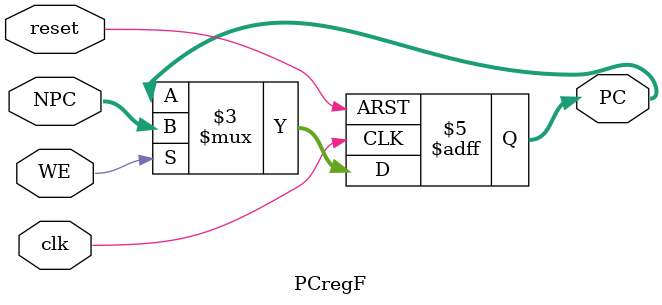
<source format=v>
`timescale 1ns / 1ps
module PCregF(
    input clk,
    input reset,
	 input WE,
    input [31:0] NPC,
    output reg[31:0] PC
    );
	 initial begin
	     PC<=32'H3000;
	 end
	 
	 always@(posedge clk or posedge reset)begin
	     if(reset)begin
		      PC<=32'H3000;
		  end
		  else if(WE)begin
				PC<=NPC;
		  end
	 end


endmodule

</source>
